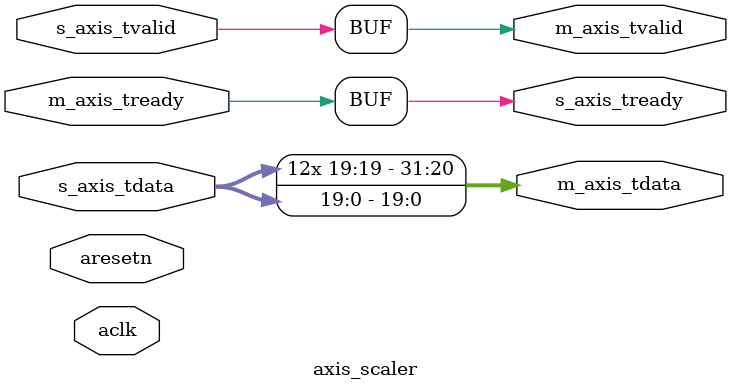
<source format=v>
`timescale 1ns / 1ps

module axis_scaler (
    input  wire        aclk,
    input  wire        aresetn,

    // Bağlantıyı bozmamak için girişi tutuyoruz ama kullanmıyoruz
    //input  wire [15:0] amp_scale, 

    // --- GİRİŞ (DDS'ten) ---
    input  wire [23:0] s_axis_tdata, 
    input  wire        s_axis_tvalid,
    output wire        s_axis_tready,

    // --- ÇIKIŞ (FIFO'ya) ---
    output wire [31:0] m_axis_tdata, 
    output wire        m_axis_tvalid,
    input  wire        m_axis_tready
);

    // --- BYPASS MANTIĞI ---
    // Çarpma yok, sadece paketleme var.
    
    // 1. DDS'ten gelen 24 bitin alt 20'sini (Sinüs) al.
    // 2. Üstüne 12 tane sıfır ekle (Padding).
    // 3. 32 bit olarak FIFO'ya ver.
    assign m_axis_tdata = {{12{s_axis_tdata[19]}}, s_axis_tdata[19:0]};

    // --- AKIŞ KONTROLÜ (KÖPRÜ) ---
    // Sinyalleri doğrudan birbirine bağlıyoruz (Kısa devre).
    // FIFO hazırsa -> DDS'e "Hazır" de.
    assign s_axis_tready = m_axis_tready;
    
    // DDS gönderiyorsa -> FIFO'ya "Geliyor" de.
    assign m_axis_tvalid = s_axis_tvalid;

endmodule
</source>
